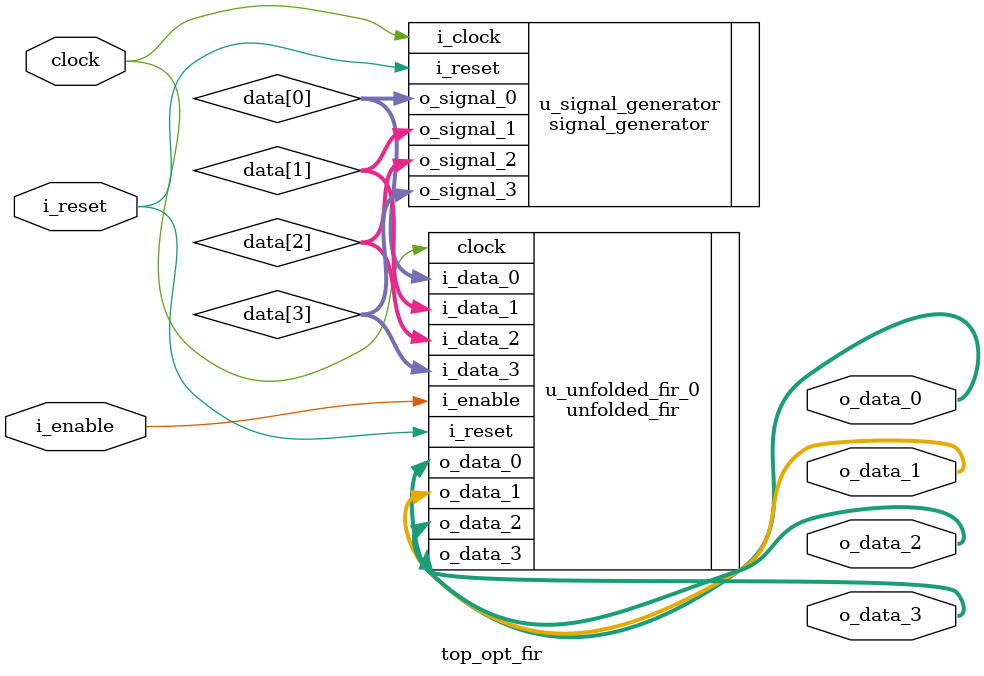
<source format=v>
`define UNFOLDED
module top_opt_fir
#(
    parameter NB_DATA_IN    =  8, // Number of bits of the input data
    parameter NB_COEFF      =  8, // Number of bits of the coefficients 
    parameter N_COEFFS      =  8, // Number of coefficients
    parameter NB_DATA_OUT   = 19  // Number of bits of the output data
)
( 
    output signed [NB_DATA_OUT - 1 : 0] o_data_0,
    output signed [NB_DATA_OUT - 1 : 0] o_data_1,
    output signed [NB_DATA_OUT - 1 : 0] o_data_2,
    output signed [NB_DATA_OUT - 1 : 0] o_data_3,  
    input                               i_enable,
    input 				                 i_reset, //Low-active reset
    input 				                   clock      
); 

wire [NB_DATA_IN - 1 : 0] data[3:0];

signal_generator
    u_signal_generator
(
   .o_signal_0(data[0]),
   .o_signal_1(data[1]),
   .o_signal_2(data[2]),
   .o_signal_3(data[3]),
   .i_reset   (i_reset),  
   .i_clock   (clock)          
);


`ifdef PARALLEL
    parallel_fir
    #(
        .NB_DATA_IN (NB_DATA_IN ),  
        .NB_COEFF   (NB_COEFF   ),  
        .N_COEFFS   (N_COEFFS   ), 
        .NB_DATA_OUT(NB_DATA_OUT)
    )
    u_parallel_fir_0
    ( 
        .o_data_0(o_data_0),
        .o_data_1(o_data_1),
        .o_data_2(o_data_2),
        .o_data_3(o_data_3),
        .i_data_0(data[0]),
        .i_data_1(data[1]),
        .i_data_2(data[2]),
        .i_data_3(data[3]),  
        .i_en    (i_enable ),
        .i_rst   (i_reset  ), //Low-active reset
        .clk     (clock    )   
    );

`else
    unfolded_fir
    #(
        .NB_DATA_IN (NB_DATA_IN ),  
        .NB_COEFF   (NB_COEFF   ),  
        .N_COEFFS   (N_COEFFS   ), 
        .NB_DATA_OUT(NB_DATA_OUT)
    )
    u_unfolded_fir_0
    ( 
        .o_data_0(o_data_0),
        .o_data_1(o_data_1),
        .o_data_2(o_data_2),
        .o_data_3(o_data_3), 
        .i_data_0(data[0]),
        .i_data_1(data[1]),
        .i_data_2(data[2]),
        .i_data_3(data[3]),  
        .i_enable(i_enable ),
        .i_reset (i_reset  ), //Low-active reset
        .clock   (clock    )   
    );
`endif

endmodule
</source>
